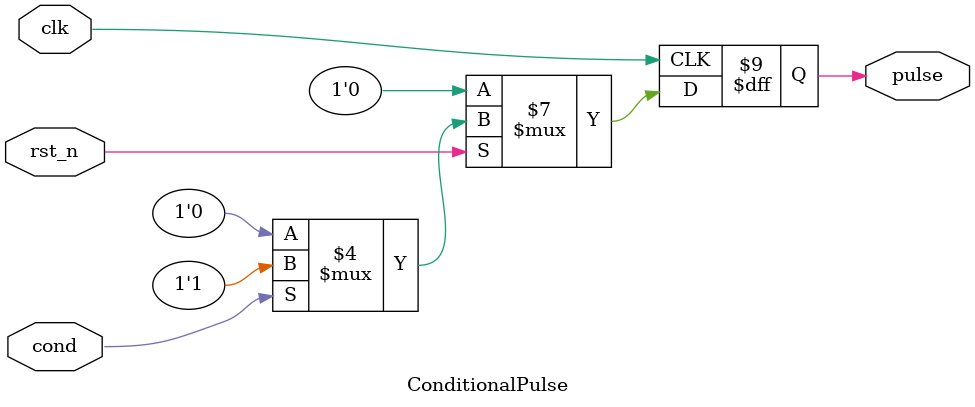
<source format=sv>
module ConditionalPulse(
	input logic clk,
	input logic rst_n,
	input logic cond,
	output logic pulse
);

	always_ff @( posedge clk ) begin : pulse_logic
		if( ~rst_n ) pulse <= 0;
		else begin 
			if(cond) pulse <= 1'b1;
			else pulse <= 0;
		end
	end

endmodule : ConditionalPulse
</source>
